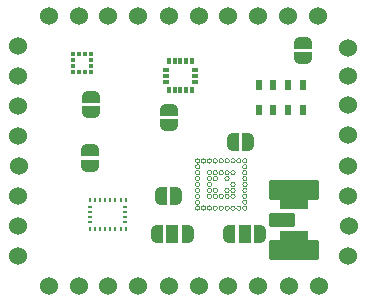
<source format=gbr>
%TF.GenerationSoftware,KiCad,Pcbnew,6.0.1*%
%TF.CreationDate,2022-02-10T21:42:36-06:00*%
%TF.ProjectId,SENSOR_SUITE,53454e53-4f52-45f5-9355-4954452e6b69,rev?*%
%TF.SameCoordinates,Original*%
%TF.FileFunction,Soldermask,Top*%
%TF.FilePolarity,Negative*%
%FSLAX46Y46*%
G04 Gerber Fmt 4.6, Leading zero omitted, Abs format (unit mm)*
G04 Created by KiCad (PCBNEW 6.0.1) date 2022-02-10 21:42:36*
%MOMM*%
%LPD*%
G01*
G04 APERTURE LIST*
G04 Aperture macros list*
%AMRoundRect*
0 Rectangle with rounded corners*
0 $1 Rounding radius*
0 $2 $3 $4 $5 $6 $7 $8 $9 X,Y pos of 4 corners*
0 Add a 4 corners polygon primitive as box body*
4,1,4,$2,$3,$4,$5,$6,$7,$8,$9,$2,$3,0*
0 Add four circle primitives for the rounded corners*
1,1,$1+$1,$2,$3*
1,1,$1+$1,$4,$5*
1,1,$1+$1,$6,$7*
1,1,$1+$1,$8,$9*
0 Add four rect primitives between the rounded corners*
20,1,$1+$1,$2,$3,$4,$5,0*
20,1,$1+$1,$4,$5,$6,$7,0*
20,1,$1+$1,$6,$7,$8,$9,0*
20,1,$1+$1,$8,$9,$2,$3,0*%
%AMFreePoly0*
4,1,22,0.500000,-0.750000,0.000000,-0.750000,0.000000,-0.745033,-0.079941,-0.743568,-0.215256,-0.701293,-0.333266,-0.622738,-0.424486,-0.514219,-0.481581,-0.384460,-0.499164,-0.250000,-0.500000,-0.250000,-0.500000,0.250000,-0.499164,0.250000,-0.499963,0.256109,-0.478152,0.396186,-0.417904,0.524511,-0.324060,0.630769,-0.204165,0.706417,-0.067858,0.745374,0.000000,0.744959,0.000000,0.750000,
0.500000,0.750000,0.500000,-0.750000,0.500000,-0.750000,$1*%
%AMFreePoly1*
4,1,20,0.000000,0.744959,0.073905,0.744508,0.209726,0.703889,0.328688,0.626782,0.421226,0.519385,0.479903,0.390333,0.500000,0.250000,0.500000,-0.250000,0.499851,-0.262216,0.476331,-0.402017,0.414519,-0.529596,0.319384,-0.634700,0.198574,-0.708877,0.061801,-0.746166,0.000000,-0.745033,0.000000,-0.750000,-0.500000,-0.750000,-0.500000,0.750000,0.000000,0.750000,0.000000,0.744959,
0.000000,0.744959,$1*%
%AMFreePoly2*
4,1,22,0.550000,-0.750000,0.000000,-0.750000,0.000000,-0.745033,-0.079941,-0.743568,-0.215256,-0.701293,-0.333266,-0.622738,-0.424486,-0.514219,-0.481581,-0.384460,-0.499164,-0.250000,-0.500000,-0.250000,-0.500000,0.250000,-0.499164,0.250000,-0.499963,0.256109,-0.478152,0.396186,-0.417904,0.524511,-0.324060,0.630769,-0.204165,0.706417,-0.067858,0.745374,0.000000,0.744959,0.000000,0.750000,
0.550000,0.750000,0.550000,-0.750000,0.550000,-0.750000,$1*%
%AMFreePoly3*
4,1,20,0.000000,0.744959,0.073905,0.744508,0.209726,0.703889,0.328688,0.626782,0.421226,0.519385,0.479903,0.390333,0.500000,0.250000,0.500000,-0.250000,0.499851,-0.262216,0.476331,-0.402017,0.414519,-0.529596,0.319384,-0.634700,0.198574,-0.708877,0.061801,-0.746166,0.000000,-0.745033,0.000000,-0.750000,-0.550000,-0.750000,-0.550000,0.750000,0.000000,0.750000,0.000000,0.744959,
0.000000,0.744959,$1*%
G04 Aperture macros list end*
%ADD10C,0.100000*%
%ADD11FreePoly0,90.000000*%
%ADD12FreePoly1,90.000000*%
%ADD13R,0.230000X0.350000*%
%ADD14R,0.350000X0.230000*%
%ADD15FreePoly0,270.000000*%
%ADD16FreePoly1,270.000000*%
%ADD17R,0.550000X0.950000*%
%ADD18C,1.524000*%
%ADD19RoundRect,0.087500X0.087500X-0.187500X0.087500X0.187500X-0.087500X0.187500X-0.087500X-0.187500X0*%
%ADD20RoundRect,0.087500X0.187500X-0.087500X0.187500X0.087500X-0.187500X0.087500X-0.187500X-0.087500X0*%
%ADD21FreePoly0,0.000000*%
%ADD22FreePoly1,0.000000*%
%ADD23FreePoly0,180.000000*%
%ADD24FreePoly1,180.000000*%
%ADD25FreePoly2,0.000000*%
%ADD26R,1.000000X1.500000*%
%ADD27FreePoly3,0.000000*%
%ADD28R,0.375000X0.350000*%
%ADD29R,0.350000X0.375000*%
%ADD30RoundRect,0.050800X-1.016000X0.508000X-1.016000X-0.508000X1.016000X-0.508000X1.016000X0.508000X0*%
%ADD31RoundRect,0.050800X-2.032000X0.762000X-2.032000X-0.762000X2.032000X-0.762000X2.032000X0.762000X0*%
G04 APERTURE END LIST*
D10*
%TO.C,U8001*%
X152135000Y-86200000D02*
G75*
G03*
X152135000Y-86200000I-185000J0D01*
G01*
X154135000Y-86200000D02*
G75*
G03*
X154135000Y-86200000I-185000J0D01*
G01*
X152635000Y-87700000D02*
G75*
G03*
X152635000Y-87700000I-185000J0D01*
G01*
X154135000Y-89200000D02*
G75*
G03*
X154135000Y-89200000I-185000J0D01*
G01*
X154135000Y-89700000D02*
G75*
G03*
X154135000Y-89700000I-185000J0D01*
G01*
X153135000Y-86200000D02*
G75*
G03*
X153135000Y-86200000I-185000J0D01*
G01*
X153135000Y-90200000D02*
G75*
G03*
X153135000Y-90200000I-185000J0D01*
G01*
X151135000Y-89200000D02*
G75*
G03*
X151135000Y-89200000I-185000J0D01*
G01*
X151135000Y-90200000D02*
G75*
G03*
X151135000Y-90200000I-185000J0D01*
G01*
X151135000Y-87700000D02*
G75*
G03*
X151135000Y-87700000I-185000J0D01*
G01*
X151135000Y-87200000D02*
G75*
G03*
X151135000Y-87200000I-185000J0D01*
G01*
X154135000Y-86700000D02*
G75*
G03*
X154135000Y-86700000I-185000J0D01*
G01*
X153135000Y-87200000D02*
G75*
G03*
X153135000Y-87200000I-185000J0D01*
G01*
X150135000Y-87200000D02*
G75*
G03*
X150135000Y-87200000I-185000J0D01*
G01*
X152635000Y-90200000D02*
G75*
G03*
X152635000Y-90200000I-185000J0D01*
G01*
X151135000Y-88200000D02*
G75*
G03*
X151135000Y-88200000I-185000J0D01*
G01*
X150135000Y-90200000D02*
G75*
G03*
X150135000Y-90200000I-185000J0D01*
G01*
X152635000Y-87200000D02*
G75*
G03*
X152635000Y-87200000I-185000J0D01*
G01*
X152635000Y-88700000D02*
G75*
G03*
X152635000Y-88700000I-185000J0D01*
G01*
X150135000Y-88700000D02*
G75*
G03*
X150135000Y-88700000I-185000J0D01*
G01*
X152135000Y-90200000D02*
G75*
G03*
X152135000Y-90200000I-185000J0D01*
G01*
X150135000Y-89200000D02*
G75*
G03*
X150135000Y-89200000I-185000J0D01*
G01*
X151635000Y-86200000D02*
G75*
G03*
X151635000Y-86200000I-185000J0D01*
G01*
X153635000Y-90200000D02*
G75*
G03*
X153635000Y-90200000I-185000J0D01*
G01*
X154135000Y-88700000D02*
G75*
G03*
X154135000Y-88700000I-185000J0D01*
G01*
X152635000Y-89200000D02*
G75*
G03*
X152635000Y-89200000I-185000J0D01*
G01*
X153135000Y-89200000D02*
G75*
G03*
X153135000Y-89200000I-185000J0D01*
G01*
X153135000Y-88700000D02*
G75*
G03*
X153135000Y-88700000I-185000J0D01*
G01*
X154135000Y-88200000D02*
G75*
G03*
X154135000Y-88200000I-185000J0D01*
G01*
X151635000Y-87700000D02*
G75*
G03*
X151635000Y-87700000I-185000J0D01*
G01*
X152135000Y-87200000D02*
G75*
G03*
X152135000Y-87200000I-185000J0D01*
G01*
X151635000Y-89200000D02*
G75*
G03*
X151635000Y-89200000I-185000J0D01*
G01*
X150635000Y-86200000D02*
G75*
G03*
X150635000Y-86200000I-185000J0D01*
G01*
X150635000Y-90200000D02*
G75*
G03*
X150635000Y-90200000I-185000J0D01*
G01*
X150135000Y-87700000D02*
G75*
G03*
X150135000Y-87700000I-185000J0D01*
G01*
X152635000Y-86200000D02*
G75*
G03*
X152635000Y-86200000I-185000J0D01*
G01*
X150135000Y-88200000D02*
G75*
G03*
X150135000Y-88200000I-185000J0D01*
G01*
X153135000Y-88200000D02*
G75*
G03*
X153135000Y-88200000I-185000J0D01*
G01*
X151135000Y-86200000D02*
G75*
G03*
X151135000Y-86200000I-185000J0D01*
G01*
X152135000Y-89200000D02*
G75*
G03*
X152135000Y-89200000I-185000J0D01*
G01*
X154135000Y-90200000D02*
G75*
G03*
X154135000Y-90200000I-185000J0D01*
G01*
X154135000Y-87200000D02*
G75*
G03*
X154135000Y-87200000I-185000J0D01*
G01*
X151135000Y-88700000D02*
G75*
G03*
X151135000Y-88700000I-185000J0D01*
G01*
X153635000Y-86200000D02*
G75*
G03*
X153635000Y-86200000I-185000J0D01*
G01*
X151635000Y-90200000D02*
G75*
G03*
X151635000Y-90200000I-185000J0D01*
G01*
X151635000Y-88700000D02*
G75*
G03*
X151635000Y-88700000I-185000J0D01*
G01*
X150135000Y-89700000D02*
G75*
G03*
X150135000Y-89700000I-185000J0D01*
G01*
X151635000Y-87200000D02*
G75*
G03*
X151635000Y-87200000I-185000J0D01*
G01*
X150135000Y-86700000D02*
G75*
G03*
X150135000Y-86700000I-185000J0D01*
G01*
X154135000Y-87700000D02*
G75*
G03*
X154135000Y-87700000I-185000J0D01*
G01*
X150135000Y-86200000D02*
G75*
G03*
X150135000Y-86200000I-185000J0D01*
G01*
%TO.C,X8001*%
G36*
X159293000Y-90261800D02*
G01*
X156956200Y-90261800D01*
X156956200Y-89347400D01*
X159293000Y-89347400D01*
X159293000Y-90261800D01*
G37*
G36*
X159293000Y-93052600D02*
G01*
X156956200Y-93052600D01*
X156956200Y-92138200D01*
X159293000Y-92138200D01*
X159293000Y-93052600D01*
G37*
%TD*%
D11*
%TO.C,JP102*%
X147500000Y-83150000D03*
D12*
X147500000Y-81850000D03*
%TD*%
D13*
%TO.C,U101*%
X140845000Y-89525000D03*
D14*
X140875000Y-90105000D03*
X140875000Y-90535000D03*
X140875000Y-90965000D03*
X140875000Y-91395000D03*
D13*
X140845000Y-91975000D03*
X141275000Y-91975000D03*
X141705000Y-91975000D03*
X142135000Y-91975000D03*
X142565000Y-91975000D03*
X142995000Y-91975000D03*
X143425000Y-91975000D03*
X143855000Y-91975000D03*
D14*
X143825000Y-91395000D03*
X143825000Y-90965000D03*
X143825000Y-90535000D03*
X143825000Y-90105000D03*
D13*
X143855000Y-89525000D03*
X143425000Y-89525000D03*
X142995000Y-89525000D03*
X142565000Y-89525000D03*
X142135000Y-89525000D03*
X141705000Y-89525000D03*
X141275000Y-89525000D03*
%TD*%
D15*
%TO.C,JP104*%
X158900000Y-76200000D03*
D16*
X158900000Y-77500000D03*
%TD*%
D15*
%TO.C,JP101*%
X140850000Y-85300000D03*
D16*
X140850000Y-86600000D03*
%TD*%
D17*
%TO.C,U102*%
X158875000Y-79775000D03*
X157625000Y-79775000D03*
X156375000Y-79775000D03*
X155125000Y-79775000D03*
X155125000Y-81925000D03*
X156375000Y-81925000D03*
X157625000Y-81925000D03*
X158875000Y-81925000D03*
%TD*%
D18*
%TO.C,U1*%
X137335000Y-96775000D03*
X139875000Y-96775000D03*
X142398002Y-96774888D03*
X144943668Y-96774888D03*
X147489334Y-96774888D03*
X150035000Y-96774888D03*
X152540890Y-96774888D03*
X155086556Y-96774888D03*
X157655000Y-96775000D03*
X160195000Y-96775000D03*
X162723555Y-94229221D03*
X162735000Y-91695000D03*
X162723555Y-89137889D03*
X162723555Y-86592222D03*
X162723555Y-84046556D03*
X162723555Y-81500890D03*
X162723555Y-78995000D03*
X162723555Y-76608438D03*
X160177889Y-73903668D03*
X157632222Y-73903668D03*
X155086556Y-73903668D03*
X152540890Y-73903668D03*
X150035000Y-73903668D03*
X147489334Y-73903668D03*
X144943668Y-73903668D03*
X142398002Y-73903668D03*
X139875000Y-73915000D03*
X137335000Y-73915000D03*
X134721227Y-76449334D03*
X134761003Y-78995000D03*
X134761003Y-81535000D03*
X134761003Y-84075000D03*
X134795000Y-86615000D03*
X134761003Y-89137889D03*
X134761003Y-91683555D03*
X134761003Y-94229221D03*
%TD*%
D19*
%TO.C,U103*%
X147500000Y-80225000D03*
X148000000Y-80225000D03*
X148500000Y-80225000D03*
X149000000Y-80225000D03*
X149500000Y-80225000D03*
D20*
X149725000Y-79500000D03*
X149725000Y-79000000D03*
X149725000Y-78500000D03*
D19*
X149500000Y-77775000D03*
X149000000Y-77775000D03*
X148500000Y-77775000D03*
X148000000Y-77775000D03*
X147500000Y-77775000D03*
D20*
X147275000Y-78500000D03*
X147275000Y-79000000D03*
X147275000Y-79500000D03*
%TD*%
D11*
%TO.C,JP103*%
X140950000Y-82100000D03*
D12*
X140950000Y-80800000D03*
%TD*%
D21*
%TO.C,JP203*%
X146850000Y-89200000D03*
D22*
X148150000Y-89200000D03*
%TD*%
D23*
%TO.C,JP204*%
X154250000Y-84600000D03*
D24*
X152950000Y-84600000D03*
%TD*%
D25*
%TO.C,JP202*%
X146500000Y-92400000D03*
D26*
X147800000Y-92400000D03*
D27*
X149100000Y-92400000D03*
%TD*%
D28*
%TO.C,U104*%
X139437500Y-77150000D03*
X139437500Y-77650000D03*
X139437500Y-78150000D03*
X139437500Y-78650000D03*
D29*
X139950000Y-78662500D03*
X140450000Y-78662500D03*
D28*
X140962500Y-78650000D03*
X140962500Y-78150000D03*
X140962500Y-77650000D03*
X140962500Y-77150000D03*
D29*
X140450000Y-77137500D03*
X139950000Y-77137500D03*
%TD*%
D25*
%TO.C,JP201*%
X152650000Y-92350000D03*
D26*
X153950000Y-92350000D03*
D27*
X155250000Y-92350000D03*
%TD*%
D30*
%TO.C,X8001*%
X157134000Y-91200000D03*
D31*
X158150000Y-88660000D03*
X158150000Y-93740000D03*
%TD*%
M02*

</source>
